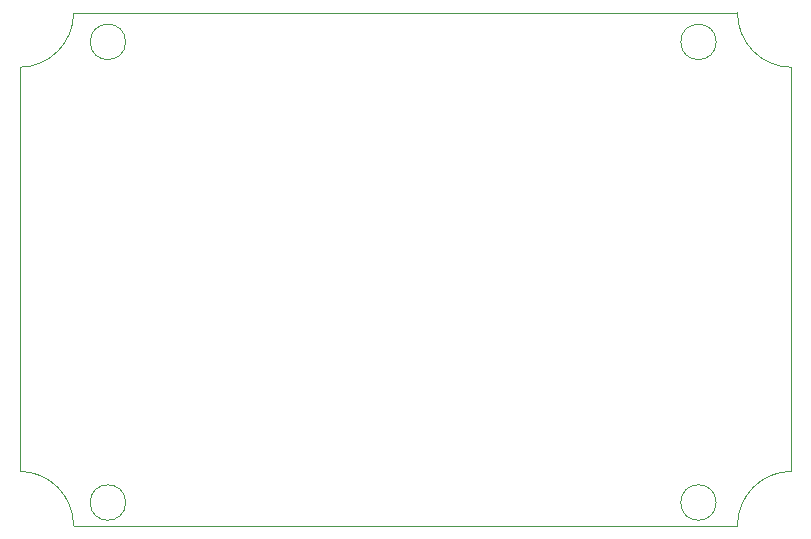
<source format=gbr>
%FSLAX34Y34*%
%MOMM*%
%LNOUTLINE*%
G71*
G01*
%ADD10C,0.100*%
%LPD*%
G54D10*
G75*
G01X653199Y46447D02*
G03X608047Y500I802J-45947D01*
G01*
G54D10*
G75*
G01X45905Y500D02*
G03X753Y46447I-45954J0D01*
G01*
G54D10*
X500Y388547D02*
X500Y46451D01*
G54D10*
X45906Y501D02*
X608047Y501D01*
G54D10*
X653501Y46451D02*
X653501Y388548D01*
G54D10*
G75*
G01X608048Y434499D02*
G03X653200Y388552I45954J0D01*
G01*
G54D10*
G75*
G01X803Y388551D02*
G03X45956Y434499I-802J45948D01*
G01*
G54D10*
G75*
G01X590000Y410000D02*
G03X590000Y410000I-15000J0D01*
G01*
G54D10*
G75*
G01X90000Y410000D02*
G03X90000Y410000I-15000J0D01*
G01*
G54D10*
G75*
G01X590000Y20000D02*
G03X590000Y20000I-15000J0D01*
G01*
G54D10*
G75*
G01X90000Y20000D02*
G03X90000Y20000I-15000J0D01*
G01*
G54D10*
X45956Y434499D02*
X607969Y434578D01*
X608048Y434499D01*
M02*

</source>
